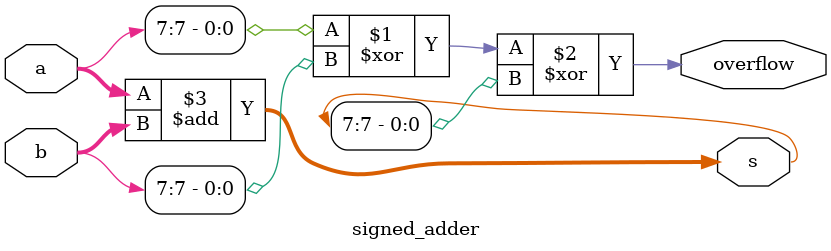
<source format=v>

module signed_adder(input [7:0] a,
    input [7:0] b,
    output [7:0] s,
    output overflow
); 

// The numbers a and b are added to the output s. 
// assign the occurence of the signed overflow of a and b to the output overflow.
// a signed overflow occurs if the most significant bits of a and b are low and the most significant bit of s is high
// a signed overflow may also occur if the most significant bits of a and b are high and the most significant bit of s is low


// assign the output overflow to the input overflow
assign overflow = a[7] ^ b[7] ^ s[7];

// add the two numbers
assign s = a + b;

endmodule

</source>
